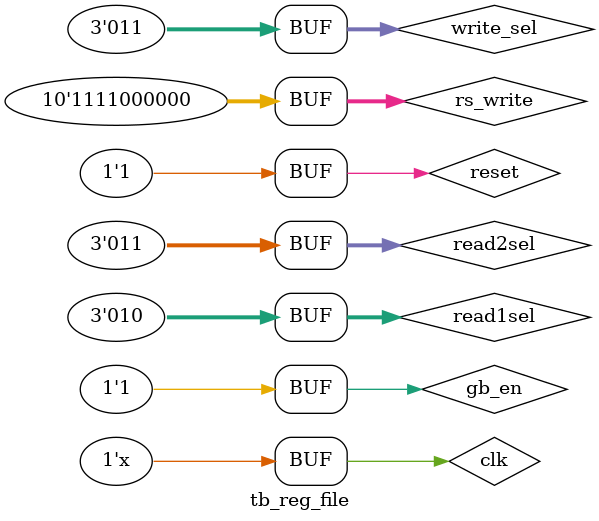
<source format=v>
module register_file(                
    //output wire [19:0] mout,                //mux outputs  
    output wire [9:0] rs_read, rt, la_out,               //la output
    input wire clk, gb_en,                        //clock and global enable 
    input wire [9:0] rs_write,              //input for registers
    input wire reset,                       //reset registers
    input wire [2:0] write_sel,             //select register to write 
    input wire [2:0] read1sel, read2sel     //select the register to read 
    );
    
     wire [9:0] s0, s1, t0, t1, t2, t3, zero; //output for register 1-7
         
    //Instantiate the registers 
    register10bit la(la_out[9:0], clk, reset, en[0], rs_write[9:0]);
    register10bit reg_so(s0[9:0], clk, reset, en[1], rs_write[9:0]);
    register10bit reg_s1(s1[9:0], clk, reset, en[2], rs_write[9:0]);
    register10bit reg_t0(t0[9:0], clk, reset, en[3], rs_write[9:0]);
    register10bit reg_t1(t1[9:0], clk, reset, en[4], rs_write[9:0]);
    register10bit reg_t2(t2[9:0], clk, reset, en[5], rs_write[9:0]); 
    register10bit reg_t3(t3[9:0], clk, reset, en[6], rs_write[9:0]);
    zeroregister reg_zero(zero[9:0], clk);
    
    wire [6:0] en;      //enables wires 
    
    //Write register select decoder
    assign en[0] = ~write_sel[0] & ~write_sel[1] & ~write_sel[2] & gb_en;
    assign en[1] =  write_sel[0] & ~write_sel[1] & ~write_sel[2] & gb_en;
    assign en[2] = ~write_sel[0] &  write_sel[1] & ~write_sel[2] & gb_en;
    assign en[3] =  write_sel[0] &  write_sel[1] & ~write_sel[2] & gb_en;
    assign en[4] = ~write_sel[0] & ~write_sel[1] &  write_sel[2] & gb_en;
    assign en[5] =  write_sel[0] & ~write_sel[1] &  write_sel[2] & gb_en;
    assign en[6] = ~write_sel[0] &  write_sel[1] &  write_sel[2] & gb_en;
    
    //Read register data using mux 
    //Mux 1: 0:la   1:s0, 2:s1, 3:t0, 4:t1, 5:t2, 6:t3, 7:zero
    mux8x1 M1(rs_read[9:0], la_out[9:0], s0[9:0], s1[9:0], t0[9:0], t1[9:0], t2[9:0], t3[9:0], zero[9:0], read1sel[2:0]);
    
    //Mux 2: 1:la   2:s0, 3:s1, 4:t0, 5:t1, 6:t2, 7:t3
    mux8x1 M2(rt[9:0], la_out[9:0], s0[9:0], s1[9:0], t0[9:0], t1[9:0], t2[9:0], t3[9:0], zero[9:0], read2sel[2:0]);  

endmodule

module tb_reg_file ();
    wire [9:0] la_out;                 //reigster outputs
    wire [9:0] rs_read, rt;                //mux outputs  
    reg clk, gb_en;                  //clock and global enable 
    reg [9:0] rs_write;                  //input for registers
    reg reset;                 //reset for registers
    reg [2:0] write_sel;             //select register to write 
    reg [2:0] read1sel, read2sel;     //select the register to read 
    
    register_file SUT(.rs_read(rs_read), .rt(rt), .la_out(la_out), .clk(clk), .gb_en(gb_en), .rs_write(rs_write), .reset(reset), .write_sel(write_sel), .read1sel(read1sel), .read2sel(read2sel));

    parameter PERIOD = 10;

     initial clk = 1'b0; //clock starts on 0
     always #(PERIOD/2) clk = ~clk;
    
     initial begin
     
       //enable reset to reset all registers
        reset = 1'b1; gb_en = 1'b1; read1sel = 3'b0; read2sel = 3'b1; #PERIOD;
        
        //disable reset
        reset = 1'b0; #PERIOD;
        
        //write a value to all registers
        rs_write = 10'b0000000001; write_sel = 3'b000; #PERIOD;  //writes 1 to la
        rs_write = 10'b0000000010; write_sel = 3'b001; #PERIOD;  //writes 2 to s0
        rs_write = 10'b0000000100; write_sel = 3'b010; #PERIOD;  //writes 4 to s1
        rs_write = 10'b0000001000; write_sel = 3'b011; #PERIOD;  //writes 8 to t0
        rs_write = 10'b0000010000; write_sel = 3'b100; #PERIOD;  //writes 16 to t1
        rs_write = 10'b0000100000; write_sel = 3'b101; #PERIOD;  //writes 32 to t2
        rs_write = 10'b0001000000; write_sel = 3'b110; #PERIOD;  //writes 64 to t3
         
        //read all the registers to verify correct values
        read1sel = 3'b000; read2sel = 3'b001; #PERIOD; //reads la and s0
        read1sel = 3'b010; read2sel = 3'b011; #PERIOD; //reads s1 and t0
        read1sel = 3'b100; read2sel = 3'b101; #PERIOD; //reads t1 and t2
        read1sel = 3'b110; read2sel = 3'b000; #PERIOD; //reads t3 and la
        
        //overwrite some registers
        rs_write = 10'b1111111111; write_sel = 3'b000; #PERIOD; //overwrites all 1s to la 
        rs_write = 10'b1010101010; write_sel = 3'b001; #PERIOD; //overwrites alternating 1s and 0s to s0 
        
        //reread both registers that were overwritten
        read1sel = 3'b000; read2sel = 3'b001; #PERIOD; //reads  la and s0
        
        //disable global enable to ensure nothing can be written when low
        gb_en = 1'b0;
        rs_write = 10'b0000001111; write_sel = 3'b010; #PERIOD; //attempt to write to s1 (should fail)
        rs_write = 10'b1111000000; write_sel = 3'b011; #PERIOD; //attempt to write to t0 (should fail)
        read1sel = 3'b010; read2sel = 3'b011; #PERIOD; //reads s1 and t0 (both should be values from earlier)
        
        //renable global enable and try again
        gb_en = 1'b1;
        rs_write = 10'b0000001111; write_sel = 3'b010; #PERIOD; //attempt to write to s1 (should succeeed)
        rs_write = 10'b1111000000; write_sel = 3'b011; #PERIOD; //attempt to write to t0 (should succeeed)
        read1sel = 3'b010; read2sel = 3'b011; #PERIOD; //reads s1 and t0 (both should have changed)
        
        //reset all registers again
        reset = 7'b1111111; gb_en = 1'b1; #PERIOD;
        read1sel = 3'b010; read2sel = 3'b011; #PERIOD; //reads s1 and t0 again should both be empty
        
      end
      
endmodule

    
    
</source>
